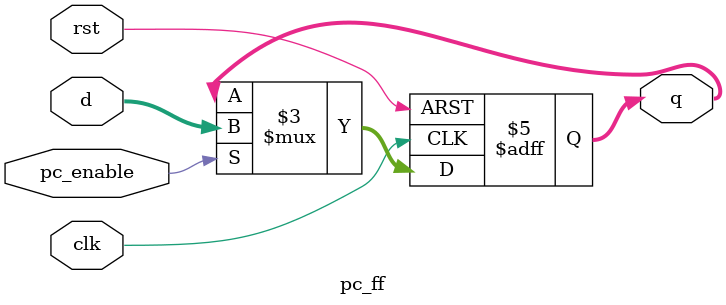
<source format=v>

module pc_ff (
    input clk, rst,
    input [31:0] d,
    input pc_enable,

    output reg [31:0] q // for IAD
);

    always @(posedge clk or negedge rst) begin
        if(!rst) begin // negativeでリセット
            q <= 32'h1_0000; // Imam.dat記載のpcの初期値
        end
        else if (pc_enable) begin
            q <= d;
        end // ここでpc_enableが0の時はq(pcnext or pc+4)を更新しない
    end
endmodule

</source>
